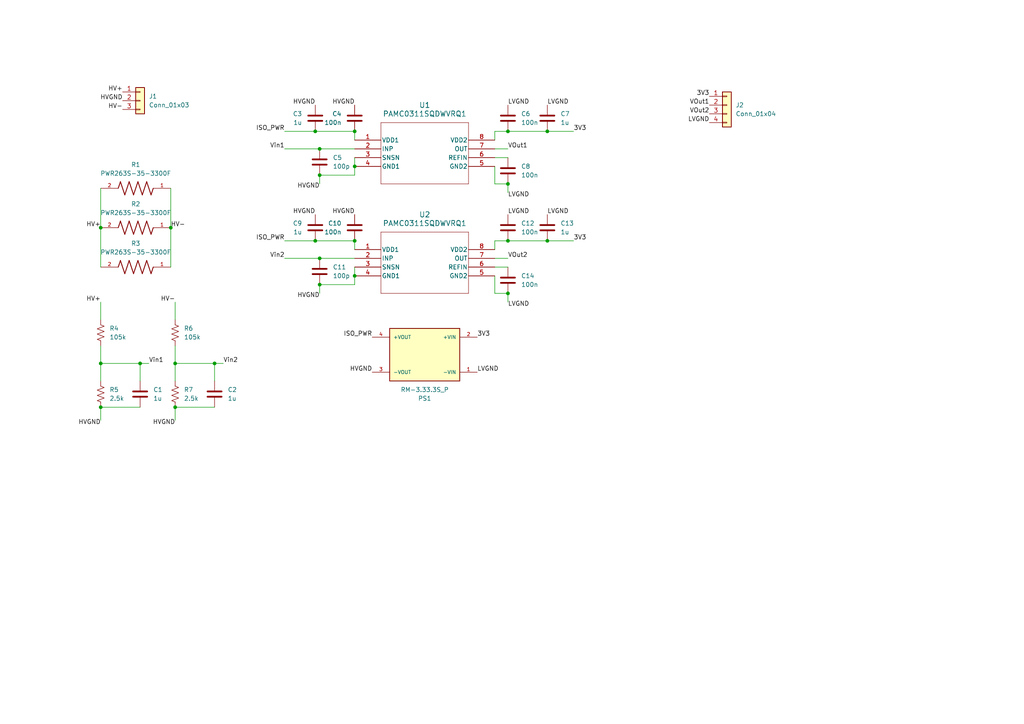
<source format=kicad_sch>
(kicad_sch (version 20250114) (generator "eeschema") (generator_version "9.0")
  (paper "A4")
  (lib_symbols
    (symbol "AMC0311S-Q1:PAMC0311SQDWVRQ1" (pin_names (offset 0.254))
      (property "Reference" "U" (at 20.32 10.16 0))
      (property "Value" "PAMC0311SQDWVRQ1" (at 20.32 7.62 0))
      (symbol "PAMC0311SQDWVRQ1_0_1"
        (polyline (pts (xy 7.62 5.08) (xy 7.62 -12.7)) (stroke (width 0.127)))
        (polyline (pts (xy 7.62 -12.7) (xy 33.02 -12.7)) (stroke (width 0.127)))
        (polyline (pts (xy 33.02 5.08) (xy 7.62 5.08)) (stroke (width 0.127)))
        (polyline (pts (xy 33.02 -12.7) (xy 33.02 5.08)) (stroke (width 0.127)))
        (pin power_in line (at 0 0 0) (length 7.62) (name "VDD1") (number "1"))
        (pin input line (at 0 -2.54 0) (length 7.62) (name "INP") (number "2"))
        (pin input line (at 0 -5.08 0) (length 7.62) (name "SNSN") (number "3"))
        (pin power_out line (at 0 -7.62 0) (length 7.62) (name "GND1") (number "4"))
        (pin power_in line (at 40.64 0 180) (length 7.62) (name "VDD2") (number "8"))
        (pin output line (at 40.64 -2.54 180) (length 7.62) (name "OUT") (number "7"))
        (pin input line (at 40.64 -5.08 180) (length 7.62) (name "REFIN") (number "6"))
        (pin power_out line (at 40.64 -7.62 180) (length 7.62) (name "GND2") (number "5"))
      )
    )
    (symbol "Connector_Generic:Conn_01x03" (pin_names (offset 1.016) (hide yes))
      (property "Reference" "J" (at 0 5.08 0))
      (property "Value" "Conn_01x03" (at 0 -5.08 0))
      (symbol "Conn_01x03_1_1"
        (rectangle (start -1.27 3.81) (end 1.27 -3.81) (stroke (width 0.254)) (fill (type background)))
        (rectangle (start -1.27 2.667) (end 0 2.413) (stroke (width 0.1524)))
        (rectangle (start -1.27 0.127) (end 0 -0.127) (stroke (width 0.1524)))
        (rectangle (start -1.27 -2.413) (end 0 -2.667) (stroke (width 0.1524)))
        (pin passive line (at -5.08 2.54 0) (length 3.81) (name "Pin_1") (number "1"))
        (pin passive line (at -5.08 0 0) (length 3.81) (name "Pin_2") (number "2"))
        (pin passive line (at -5.08 -2.54 0) (length 3.81) (name "Pin_3") (number "3"))
      )
    )
    (symbol "Connector_Generic:Conn_01x04" (pin_names (offset 1.016) (hide yes))
      (property "Reference" "J" (at 0 5.08 0))
      (property "Value" "Conn_01x04" (at 0 -7.62 0))
      (symbol "Conn_01x04_1_1"
        (rectangle (start -1.27 3.81) (end 1.27 -6.35) (stroke (width 0.254)) (fill (type background)))
        (rectangle (start -1.27 2.667) (end 0 2.413) (stroke (width 0.1524)))
        (rectangle (start -1.27 0.127) (end 0 -0.127) (stroke (width 0.1524)))
        (rectangle (start -1.27 -2.413) (end 0 -2.667) (stroke (width 0.1524)))
        (rectangle (start -1.27 -4.953) (end 0 -5.207) (stroke (width 0.1524)))
        (pin passive line (at -5.08 2.54 0) (length 3.81) (name "Pin_1") (number "1"))
        (pin passive line (at -5.08 0 0) (length 3.81) (name "Pin_2") (number "2"))
        (pin passive line (at -5.08 -2.54 0) (length 3.81) (name "Pin_3") (number "3"))
        (pin passive line (at -5.08 -5.08 0) (length 3.81) (name "Pin_4") (number "4"))
      )
    )
    (symbol "Device:C" (pin_numbers (hide yes)) (pin_names (offset 0.254))
      (property "Reference" "C" (at 0.635 2.54 0))
      (property "Value" "C" (at 0.635 -2.54 0))
      (symbol "C_0_1"
        (polyline (pts (xy -2.032 0.762) (xy 2.032 0.762)) (stroke (width 0.508)))
        (polyline (pts (xy -2.032 -0.762) (xy 2.032 -0.762)) (stroke (width 0.508)))
      )
      (symbol "C_1_1"
        (pin passive line (at 0 3.81 270) (length 2.794) (name "~") (number "1"))
        (pin passive line (at 0 -3.81 90) (length 2.794) (name "~") (number "2"))
      )
    )
    (symbol "Device:R_US" (pin_numbers (hide yes)) (pin_names (offset 0))
      (property "Reference" "R" (at 2.54 0 90))
      (property "Value" "R_US" (at -2.54 0 90))
      (symbol "R_US_0_1"
        (polyline (pts (xy 0 2.286) (xy 0 2.54)))
        (polyline (pts (xy 0 2.286) (xy 1.016 1.905) (xy 0 1.524) (xy -1.016 1.143) (xy 0 0.762)))
        (polyline (pts (xy 0 0.762) (xy 1.016 0.381) (xy 0 0) (xy -1.016 -0.381) (xy 0 -0.762)))
        (polyline (pts (xy 0 -0.762) (xy 1.016 -1.143) (xy 0 -1.524) (xy -1.016 -1.905) (xy 0 -2.286)))
        (polyline (pts (xy 0 -2.286) (xy 0 -2.54)))
      )
      (symbol "R_US_1_1"
        (pin passive line (at 0 3.81 270) (length 1.27) (name "~") (number "1"))
        (pin passive line (at 0 -3.81 90) (length 1.27) (name "~") (number "2"))
      )
    )
    (symbol "ISO-DCDC:RM-3.33.3S_P" (pin_names (offset 1.016))
      (property "Reference" "PS" (at -10.16 8.636 0))
      (property "Value" "RM-3.33.3S_P" (at -10.16 -10.922 0))
      (symbol "RM-3.33.3S_P_0_0"
        (rectangle (start -10.16 -7.62) (end 10.16 7.62) (stroke (width 0.254)) (fill (type background)))
        (pin input line (at -15.24 5.08 0) (length 5.08) (name "+VIN") (number "2"))
        (pin input line (at -15.24 -5.08 0) (length 5.08) (name "-VIN") (number "1"))
        (pin output line (at 15.24 5.08 180) (length 5.08) (name "+VOUT") (number "4"))
        (pin output line (at 15.24 -5.08 180) (length 5.08) (name "-VOUT") (number "3"))
      )
    )
    (symbol "Precharge-R:PWR263S-35-3300F" (pin_names (offset 1.016))
      (property "Reference" "R" (at -5.08 2.54 0))
      (property "Value" "PWR263S-35-3300F" (at -5.08 -3.81 0))
      (symbol "PWR263S-35-3300F_0_0"
        (polyline (pts (xy -5.08 0) (xy -4.445 1.905)) (stroke (width 0.254)))
        (polyline (pts (xy -4.445 1.905) (xy -3.175 -1.905)) (stroke (width 0.254)))
        (polyline (pts (xy -3.175 -1.905) (xy -1.905 1.905)) (stroke (width 0.254)))
        (polyline (pts (xy -1.905 1.905) (xy -0.635 -1.905)) (stroke (width 0.254)))
        (polyline (pts (xy -0.635 -1.905) (xy 0.635 1.905)) (stroke (width 0.254)))
        (polyline (pts (xy 0.635 1.905) (xy 1.905 -1.905)) (stroke (width 0.254)))
        (polyline (pts (xy 1.905 -1.905) (xy 3.175 1.905)) (stroke (width 0.254)))
        (polyline (pts (xy 3.175 1.905) (xy 4.445 -1.905)) (stroke (width 0.254)))
        (polyline (pts (xy 4.445 -1.905) (xy 5.08 0)) (stroke (width 0.254)))
        (pin passive line (at -10.16 0 0) (length 5.08) (name "~") (number "1"))
        (pin passive line (at 10.16 0 180) (length 5.08) (name "~") (number "2"))
      )
    )
  )
  (junction (at 62.23 105.41))
  (junction (at 40.64 105.41))
  (junction (at 147.32 53.34))
  (junction (at 102.87 69.85))
  (junction (at 92.71 43.18))
  (junction (at 102.87 80.01))
  (junction (at 50.8 118.11))
  (junction (at 29.21 118.11))
  (junction (at 29.21 105.41))
  (junction (at 92.71 82.55))
  (junction (at 92.71 50.8))
  (junction (at 92.71 74.93))
  (junction (at 158.75 38.1))
  (junction (at 158.75 69.85))
  (junction (at 91.44 69.85))
  (junction (at 91.44 38.1))
  (junction (at 147.32 38.1))
  (junction (at 147.32 85.09))
  (junction (at 29.21 66.04))
  (junction (at 102.87 48.26))
  (junction (at 147.32 69.85))
  (junction (at 49.53 66.04))
  (junction (at 50.8 105.41))
  (junction (at 102.87 38.1))
  (wire (pts (xy 102.87 50.8) (xy 102.87 48.26)))
  (wire (pts (xy 147.32 69.85) (xy 158.75 69.85)))
  (wire (pts (xy 82.55 69.85) (xy 91.44 69.85)))
  (wire (pts (xy 143.51 77.47) (xy 147.32 77.47)))
  (wire (pts (xy 92.71 50.8) (xy 92.71 53.34)))
  (wire (pts (xy 143.51 69.85) (xy 147.32 69.85)))
  (wire (pts (xy 143.51 43.18) (xy 147.32 43.18)))
  (wire (pts (xy 143.51 53.34) (xy 147.32 53.34)))
  (wire (pts (xy 143.51 80.01) (xy 143.51 85.09)))
  (wire (pts (xy 92.71 82.55) (xy 92.71 85.09)))
  (wire (pts (xy 50.8 105.41) (xy 50.8 110.49)))
  (wire (pts (xy 91.44 69.85) (xy 102.87 69.85)))
  (wire (pts (xy 102.87 45.72) (xy 102.87 48.26)))
  (wire (pts (xy 147.32 53.34) (xy 147.32 55.88)))
  (wire (pts (xy 143.51 85.09) (xy 147.32 85.09)))
  (wire (pts (xy 40.64 110.49) (xy 40.64 105.41)))
  (wire (pts (xy 147.32 38.1) (xy 158.75 38.1)))
  (wire (pts (xy 102.87 77.47) (xy 102.87 80.01)))
  (wire (pts (xy 62.23 105.41) (xy 62.23 110.49)))
  (wire (pts (xy 158.75 69.85) (xy 166.37 69.85)))
  (wire (pts (xy 40.64 105.41) (xy 29.21 105.41)))
  (wire (pts (xy 62.23 105.41) (xy 64.77 105.41)))
  (wire (pts (xy 102.87 38.1) (xy 102.87 40.64)))
  (wire (pts (xy 143.51 38.1) (xy 143.51 40.64)))
  (wire (pts (xy 82.55 43.18) (xy 92.71 43.18)))
  (wire (pts (xy 82.55 38.1) (xy 91.44 38.1)))
  (wire (pts (xy 143.51 74.93) (xy 147.32 74.93)))
  (wire (pts (xy 143.51 48.26) (xy 143.51 53.34)))
  (wire (pts (xy 102.87 82.55) (xy 102.87 80.01)))
  (wire (pts (xy 29.21 118.11) (xy 29.21 121.92)))
  (wire (pts (xy 29.21 100.33) (xy 29.21 105.41)))
  (wire (pts (xy 82.55 74.93) (xy 92.71 74.93)))
  (wire (pts (xy 91.44 38.1) (xy 102.87 38.1)))
  (wire (pts (xy 29.21 54.61) (xy 29.21 66.04)))
  (wire (pts (xy 29.21 118.11) (xy 40.64 118.11)))
  (wire (pts (xy 50.8 105.41) (xy 62.23 105.41)))
  (wire (pts (xy 50.8 118.11) (xy 62.23 118.11)))
  (wire (pts (xy 92.71 74.93) (xy 102.87 74.93)))
  (wire (pts (xy 29.21 105.41) (xy 29.21 110.49)))
  (wire (pts (xy 143.51 38.1) (xy 147.32 38.1)))
  (wire (pts (xy 147.32 85.09) (xy 147.32 87.63)))
  (wire (pts (xy 143.51 69.85) (xy 143.51 72.39)))
  (wire (pts (xy 102.87 69.85) (xy 102.87 72.39)))
  (wire (pts (xy 40.64 105.41) (xy 43.18 105.41)))
  (wire (pts (xy 50.8 87.63) (xy 50.8 92.71)))
  (wire (pts (xy 158.75 38.1) (xy 166.37 38.1)))
  (wire (pts (xy 143.51 45.72) (xy 147.32 45.72)))
  (wire (pts (xy 92.71 50.8) (xy 102.87 50.8)))
  (wire (pts (xy 29.21 87.63) (xy 29.21 92.71)))
  (wire (pts (xy 50.8 118.11) (xy 50.8 121.92)))
  (wire (pts (xy 92.71 82.55) (xy 102.87 82.55)))
  (wire (pts (xy 92.71 43.18) (xy 102.87 43.18)))
  (wire (pts (xy 29.21 66.04) (xy 29.21 77.47)))
  (wire (pts (xy 49.53 66.04) (xy 49.53 77.47)))
  (wire (pts (xy 50.8 100.33) (xy 50.8 105.41)))
  (wire (pts (xy 49.53 54.61) (xy 49.53 66.04)))
  (label "VOut1" (at 205.74 30.48 180))
  (label "Vin2" (at 64.77 105.41 0))
  (label "HVGND" (at 92.71 53.34 180))
  (label "LVGND" (at 147.32 30.48 0))
  (label "HVGND" (at 50.8 121.92 180))
  (label "LVGND" (at 205.74 35.56 180))
  (label "LVGND" (at 158.75 30.48 0))
  (label "ISO_PWR" (at 107.95 97.79 180))
  (label "LVGND" (at 147.32 55.88 0))
  (label "VOut2" (at 147.32 74.93 0))
  (label "HVGND" (at 35.56 29.21 180))
  (label "HV+" (at 35.56 26.67 180))
  (label "HVGND" (at 107.95 107.95 180))
  (label "LVGND" (at 147.32 62.23 0))
  (label "LVGND" (at 158.75 62.23 0))
  (label "VOut2" (at 205.74 33.02 180))
  (label "HV+" (at 29.21 66.04 180))
  (label "HVGND" (at 102.87 62.23 180))
  (label "VOut1" (at 147.32 43.18 0))
  (label "3V3" (at 166.37 69.85 0))
  (label "Vin1" (at 82.55 43.18 180))
  (label "Vin2" (at 82.55 74.93 180))
  (label "3V3" (at 166.37 38.1 0))
  (label "HVGND" (at 102.87 30.48 180))
  (label "HVGND" (at 91.44 62.23 180))
  (label "HV-" (at 49.53 66.04 0))
  (label "HVGND" (at 29.21 121.92 180))
  (label "3V3" (at 205.74 27.94 180))
  (label "Vin1" (at 43.18 105.41 0))
  (label "HV-" (at 35.56 31.75 180))
  (label "LVGND" (at 138.43 107.95 0))
  (label "ISO_PWR" (at 82.55 38.1 180))
  (label "HV-" (at 50.8 87.63 180))
  (label "LVGND" (at 147.32 87.63 0))
  (label "HVGND" (at 91.44 30.48 180))
  (label "HV+" (at 29.21 87.63 180))
  (label "3V3" (at 138.43 97.79 0))
  (label "HVGND" (at 92.71 85.09 180))
  (label "ISO_PWR" (at 82.55 69.85 180))
  (symbol (lib_id "Device:C") (at 102.87 34.29 0) (mirror x) (unit 1)
    (property "Reference" "C4" (at 99.06 33.0199 0) (effects (justify right)))
    (property "Value" "100n" (at 99.06 35.5599 0) (effects (justify right)))
    (property "Description" "Unpolarized capacitor" (effects (hide yes)))
  )
  (symbol (lib_id "Connector_Generic:Conn_01x03") (at 40.64 29.21 0) (unit 1)
    (property "Reference" "J1" (at 43.18 27.9399 0) (effects (justify left)))
    (property "Value" "Conn_01x03" (at 43.18 30.4799 0) (effects (justify left)))
    (property "Description" "Generic connector, single row, 01x03, script generated (kicad-library-utils/schlib/autogen/connector/)" (effects (hide yes)))
  )
  (symbol (lib_id "Device:C") (at 102.87 66.04 0) (mirror y) (unit 1)
    (property "Reference" "C10" (at 99.06 64.7699 0) (effects (justify left)))
    (property "Value" "100n" (at 99.06 67.3099 0) (effects (justify left)))
    (property "Description" "Unpolarized capacitor" (effects (hide yes)))
  )
  (symbol (lib_id "Device:C") (at 91.44 34.29 0) (mirror y) (unit 1)
    (property "Reference" "C3" (at 87.63 33.0199 0) (effects (justify left)))
    (property "Value" "1u" (at 87.63 35.5599 0) (effects (justify left)))
    (property "Description" "Unpolarized capacitor" (effects (hide yes)))
  )
  (symbol (lib_id "Device:C") (at 147.32 34.29 180) (unit 1)
    (property "Reference" "C6" (at 151.13 33.0199 0) (effects (justify right)))
    (property "Value" "100n" (at 151.13 35.5599 0) (effects (justify right)))
    (property "Description" "Unpolarized capacitor" (effects (hide yes)))
  )
  (symbol (lib_id "Device:C") (at 92.71 46.99 180) (unit 1)
    (property "Reference" "C5" (at 96.52 45.7199 0) (effects (justify right)))
    (property "Value" "100p" (at 96.52 48.2599 0) (effects (justify right)))
    (property "Description" "Unpolarized capacitor" (effects (hide yes)))
  )
  (symbol (lib_id "Precharge-R:PWR263S-35-3300F") (at 39.37 66.04 180) (unit 1)
    (property "Reference" "R2" (at 39.37 59.182 0))
    (property "Value" "PWR263S-35-3300F" (at 39.37 61.722 0))
    (property "Footprint" "PWR263S-35-3300F:RES_PWR263S-35-3300F" (effects (hide yes)))
    (property "PARTREV" "12/20" (effects (hide yes)))
    (property "MANUFACTURER" "Bourns" (effects (hide yes)))
    (property "MAXIMUM_PACKAGE_HEIGHT" "4.5mm" (effects (hide yes)))
    (property "STANDARD" "Manufacturer Recommendations" (effects (hide yes)))
  )
  (symbol (lib_id "Device:C") (at 92.71 78.74 0) (unit 1)
    (property "Reference" "C11" (at 96.52 77.4699 0) (effects (justify left)))
    (property "Value" "100p" (at 96.52 80.0099 0) (effects (justify left)))
    (property "Description" "Unpolarized capacitor" (effects (hide yes)))
  )
  (symbol (lib_id "Device:C") (at 91.44 66.04 0) (mirror y) (unit 1)
    (property "Reference" "C9" (at 87.63 64.7699 0) (effects (justify left)))
    (property "Value" "1u" (at 87.63 67.3099 0) (effects (justify left)))
    (property "Description" "Unpolarized capacitor" (effects (hide yes)))
  )
  (symbol (lib_id "Device:R_US") (at 50.8 96.52 180) (unit 1)
    (property "Reference" "R6" (at 53.34 95.2499 0) (effects (justify right)))
    (property "Value" "105k" (at 53.34 97.7899 0) (effects (justify right)))
    (property "Description" "Resistor, US symbol" (effects (hide yes)))
  )
  (symbol (lib_id "Device:C") (at 147.32 49.53 180) (unit 1)
    (property "Reference" "C8" (at 151.13 48.2599 0) (effects (justify right)))
    (property "Value" "100n" (at 151.13 50.7999 0) (effects (justify right)))
    (property "Description" "Unpolarized capacitor" (effects (hide yes)))
  )
  (symbol (lib_id "AMC0311S-Q1:PAMC0311SQDWVRQ1") (at 102.87 72.39 0) (unit 1)
    (property "Reference" "U2" (at 123.19 62.23 0) (effects (font (size 1.524 1.524))))
    (property "Value" "PAMC0311SQDWVRQ1" (at 123.19 64.77 0) (effects (font (size 1.524 1.524))))
    (property "Footprint" "SOIC8_DWV_TEX" (effects (hide yes)))
    (property "Datasheet" "https://www.ti.com/lit/gpn/amc0311s-q1" (effects (hide yes)))
  )
  (symbol (lib_id "Precharge-R:PWR263S-35-3300F") (at 39.37 54.61 180) (unit 1)
    (property "Reference" "R1" (at 39.37 47.752 0))
    (property "Value" "PWR263S-35-3300F" (at 39.37 50.292 0))
    (property "Footprint" "PWR263S-35-3300F:RES_PWR263S-35-3300F" (effects (hide yes)))
    (property "PARTREV" "12/20" (effects (hide yes)))
    (property "MANUFACTURER" "Bourns" (effects (hide yes)))
    (property "MAXIMUM_PACKAGE_HEIGHT" "4.5mm" (effects (hide yes)))
    (property "STANDARD" "Manufacturer Recommendations" (effects (hide yes)))
  )
  (symbol (lib_id "Device:R_US") (at 29.21 96.52 180) (unit 1)
    (property "Reference" "R4" (at 31.75 95.2499 0) (effects (justify right)))
    (property "Value" "105k" (at 31.75 97.7899 0) (effects (justify right)))
    (property "Description" "Resistor, US symbol" (effects (hide yes)))
  )
  (symbol (lib_id "Device:R_US") (at 50.8 114.3 180) (unit 1)
    (property "Reference" "R7" (at 53.34 113.0299 0) (effects (justify right)))
    (property "Value" "2.5k" (at 53.34 115.5699 0) (effects (justify right)))
    (property "Description" "Resistor, US symbol" (effects (hide yes)))
  )
  (symbol (lib_id "AMC0311S-Q1:PAMC0311SQDWVRQ1") (at 102.87 40.64 0) (unit 1)
    (property "Reference" "U1" (at 123.19 30.48 0) (effects (font (size 1.524 1.524))))
    (property "Value" "PAMC0311SQDWVRQ1" (at 123.19 33.02 0) (effects (font (size 1.524 1.524))))
    (property "Footprint" "SOIC8_DWV_TEX" (effects (hide yes)))
    (property "Datasheet" "https://www.ti.com/lit/gpn/amc0311s-q1" (effects (hide yes)))
  )
  (symbol (lib_id "Device:C") (at 40.64 114.3 0) (unit 1)
    (property "Reference" "C1" (at 44.45 113.0299 0) (effects (justify left)))
    (property "Value" "1u" (at 44.45 115.5699 0) (effects (justify left)))
    (property "Description" "Unpolarized capacitor" (effects (hide yes)))
  )
  (symbol (lib_id "Device:R_US") (at 29.21 114.3 180) (unit 1)
    (property "Reference" "R5" (at 31.75 113.0299 0) (effects (justify right)))
    (property "Value" "2.5k" (at 31.75 115.5699 0) (effects (justify right)))
    (property "Description" "Resistor, US symbol" (effects (hide yes)))
  )
  (symbol (lib_id "Device:C") (at 62.23 114.3 0) (unit 1)
    (property "Reference" "C2" (at 66.04 113.0299 0) (effects (justify left)))
    (property "Value" "1u" (at 66.04 115.5699 0) (effects (justify left)))
    (property "Description" "Unpolarized capacitor" (effects (hide yes)))
  )
  (symbol (lib_id "Precharge-R:PWR263S-35-3300F") (at 39.37 77.47 180) (unit 1)
    (property "Reference" "R3" (at 39.37 70.612 0))
    (property "Value" "PWR263S-35-3300F" (at 39.37 73.152 0))
    (property "Footprint" "PWR263S-35-3300F:RES_PWR263S-35-3300F" (effects (hide yes)))
    (property "PARTREV" "12/20" (effects (hide yes)))
    (property "MANUFACTURER" "Bourns" (effects (hide yes)))
    (property "MAXIMUM_PACKAGE_HEIGHT" "4.5mm" (effects (hide yes)))
    (property "STANDARD" "Manufacturer Recommendations" (effects (hide yes)))
  )
  (symbol (lib_id "Device:C") (at 158.75 34.29 180) (unit 1)
    (property "Reference" "C7" (at 162.56 33.0199 0) (effects (justify right)))
    (property "Value" "1u" (at 162.56 35.5599 0) (effects (justify right)))
    (property "Description" "Unpolarized capacitor" (effects (hide yes)))
  )
  (symbol (lib_id "ISO-DCDC:RM-3.33.3S_P") (at 123.19 102.87 0) (mirror y) (unit 1)
    (property "Reference" "PS1" (at 123.19 115.57 0))
    (property "Value" "RM-3.33.3S_P" (at 123.19 113.03 0))
    (property "Footprint" "RM-3.33.3S_P:CONV_RM-3.33.3S_P" (effects (hide yes)))
    (property "PARTREV" "2" (effects (hide yes)))
    (property "STANDARD" "Manufacturer Recommendations" (effects (hide yes)))
    (property "MAXIMUM_PACKAGE_HEIGHT" "10.0mm" (effects (hide yes)))
    (property "MANUFACTURER" "Recom" (effects (hide yes)))
  )
  (symbol (lib_id "Device:C") (at 158.75 66.04 180) (unit 1)
    (property "Reference" "C13" (at 162.56 64.7699 0) (effects (justify right)))
    (property "Value" "1u" (at 162.56 67.3099 0) (effects (justify right)))
    (property "Description" "Unpolarized capacitor" (effects (hide yes)))
  )
  (symbol (lib_id "Device:C") (at 147.32 81.28 180) (unit 1)
    (property "Reference" "C14" (at 151.13 80.0099 0) (effects (justify right)))
    (property "Value" "100n" (at 151.13 82.5499 0) (effects (justify right)))
    (property "Description" "Unpolarized capacitor" (effects (hide yes)))
  )
  (symbol (lib_id "Connector_Generic:Conn_01x04") (at 210.82 30.48 0) (unit 1)
    (property "Reference" "J2" (at 213.36 30.4799 0) (effects (justify left)))
    (property "Value" "Conn_01x04" (at 213.36 33.0199 0) (effects (justify left)))
    (property "Description" "Generic connector, single row, 01x04, script generated (kicad-library-utils/schlib/autogen/connector/)" (effects (hide yes)))
  )
  (symbol (lib_id "Device:C") (at 147.32 66.04 180) (unit 1)
    (property "Reference" "C12" (at 151.13 64.7699 0) (effects (justify right)))
    (property "Value" "100n" (at 151.13 67.3099 0) (effects (justify right)))
    (property "Description" "Unpolarized capacitor" (effects (hide yes)))
  )
)
</source>
